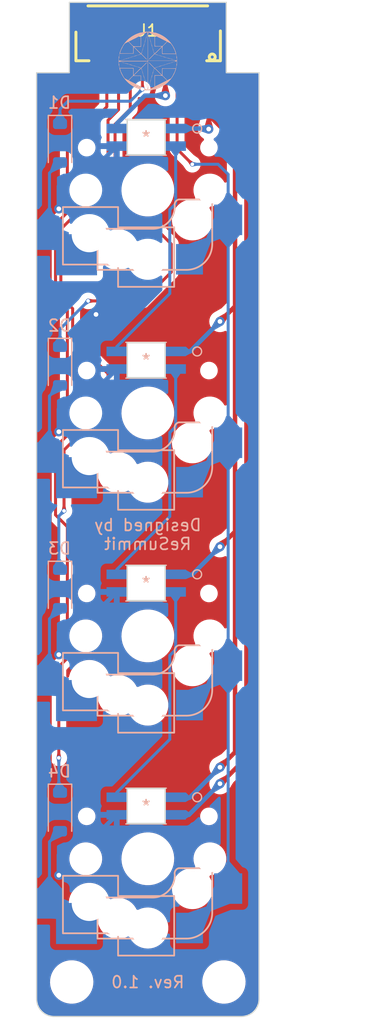
<source format=kicad_pcb>
(kicad_pcb (version 20221018) (generator pcbnew)
  (layers (0 "F.Cu" signal) (31 "B.Cu" signal) (34 "B.Paste" user) (35 "F.Paste" user) (36 "B.SilkS" user "B.Silkscreen") (37 "F.SilkS" user "F.Silkscreen") (38 "B.Mask" user) (39 "F.Mask" user) (44 "Edge.Cuts" user))
  (net 0 "")
  (net 1 "Net-(D1-A)")
  (net 2 "Net-(D2-A)")
  (net 3 "Net-(D3-A)")
  (net 4 "Net-(D4-A)")
  (net 5 "Net-(SW1B-DOUT)")
  (net 6 "GND")
  (net 7 "Net-(SW2B-DOUT)")
  (net 8 "Net-(SW3B-DOUT)")
  (net 9 "/Row1")
  (net 10 "/Row2")
  (net 11 "/Row3")
  (net 12 "/Row4")
  (net 13 "/RGB_In")
  (net 14 "/Col_In")
  (net 15 "/V+")
  (net 16 "/RGB_Out")
  (footprint "Seismos-libs:Switch_SK6812-E_Diode" (layer "F.Cu") (at 47 60)
    (fp_text reference "SW2" (at -0.142 -0.388 unlocked) (layer "F.SilkS"))
    (fp_text value "Switch_SK6812-E_Diode")
    (fp_text user "*" (at -0.15 -4.4958) (layer "B.SilkS") (effects (justify mirror)))
    (fp_rect (start -1.762 -5.9914) (end 1.478 -3.0046) (stroke (width 0.12)) (fill none) (layer "Edge.Cuts"))
    (pad "" np_thru_hole circle (at -5.3 0) (size 2.3 2.3) (drill 2.3) (layers "*.Cu" "*.Mask"))
    (pad "" np_thru_hole circle (at -5.22 -3.6158) (size 1 1) (drill 1) (layers "*.Cu" "*.Mask"))
    (pad "" np_thru_hole circle (at -5 3.8) (size 3 3) (drill 3) (layers "*.Cu" "*.Mask"))
    (pad "" np_thru_hole circle (at -2.54 5.08) (size 3 3) (drill 3) (layers "*.Cu" "*.Mask"))
    (pad "" np_thru_hole circle (at 0 0) (size 4 4) (drill 4) (layers "*.Cu" "*.Mask"))
    (pad "" np_thru_hole circle (at 0 5.9) (size 3 3) (drill 3) (layers "*.Cu" "*.Mask"))
    (pad "" np_thru_hole circle (at 3.81 2.54) (size 3 3) (drill 3) (layers "*.Cu" "*.Mask"))
    (pad "" np_thru_hole circle (at 5.22 -3.6158) (size 1 1) (drill 1) (layers "*.Cu" "*.Mask"))
    (pad "" np_thru_hole circle (at 5.3 0) (size 2.3 2.3) (drill 2.3) (layers "*.Cu" "*.Mask"))
    (pad "+1" smd rect (at 2.378 -5.2451) (size 1.75 0.8128) (layers "B.Cu" "B.Paste" "B.Mask") (net 15 "/V+"))
    (pad "CHOC1" smd rect (at -8.34 3.8) (size 2.3 2.6) (layers "B.Cu" "B.Paste" "B.Mask") (net 2 "Net-(D2-A)"))
    (pad "CHOC2" smd rect (at 3.56 5.9) (size 2.3 2.6) (layers "B.Cu" "B.Paste" "B.Mask") (net 14 "/Col_In"))
    (pad "DI1" smd rect (at -2.6519 -5.2451) (size 1.75 0.8128) (layers "B.Cu" "B.Paste" "B.Mask") (net 5 "Net-(SW1B-DOUT)"))
    (pad "DO1" smd rect (at 2.378 -3.7465) (size 1.75 0.8128) (layers "B.Cu" "B.Paste" "B.Mask") (net 7 "Net-(SW2B-DOUT)"))
    (pad "GND" smd rect (at -2.6519 -3.7465) (size 1.75 0.8128) (layers "B.Cu" "B.Paste" "B.Mask") (net 6 "GND"))
    (pad "MX1" smd rect (at -6.09 5.515) (size 3.5 3.5) (layers "B.Cu" "B.Paste" "B.Mask") (net 2 "Net-(D2-A)"))
    (pad "MX2" smd rect (at 6.86 2.54) (size 2.4 2.6) (layers "B.Cu" "B.Paste" "B.Mask") (net 14 "/Col_In"))
  )
  (footprint "Seismos-libs:Switch_SK6812-E_Diode" (layer "F.Cu") (at 47 41)
    (fp_text reference "SW1" (at -0.142 -0.388 unlocked) (layer "F.SilkS"))
    (fp_text value "Switch_SK6812-E_Diode")
    (fp_text user "*" (at -0.15 -4.4958) (layer "B.SilkS") (effects (justify mirror)))
    (fp_rect (start -1.762 -5.9914) (end 1.478 -3.0046) (stroke (width 0.12)) (fill none) (layer "Edge.Cuts"))
    (pad "" np_thru_hole circle (at -5.3 0) (size 2.3 2.3) (drill 2.3) (layers "*.Cu" "*.Mask"))
    (pad "" np_thru_hole circle (at -5.22 -3.6158) (size 1 1) (drill 1) (layers "*.Cu" "*.Mask"))
    (pad "" np_thru_hole circle (at -5 3.8) (size 3 3) (drill 3) (layers "*.Cu" "*.Mask"))
    (pad "" np_thru_hole circle (at -2.54 5.08) (size 3 3) (drill 3) (layers "*.Cu" "*.Mask"))
    (pad "" np_thru_hole circle (at 0 0) (size 4 4) (drill 4) (layers "*.Cu" "*.Mask"))
    (pad "" np_thru_hole circle (at 0 5.9) (size 3 3) (drill 3) (layers "*.Cu" "*.Mask"))
    (pad "" np_thru_hole circle (at 3.81 2.54) (size 3 3) (drill 3) (layers "*.Cu" "*.Mask"))
    (pad "" np_thru_hole circle (at 5.22 -3.6158) (size 1 1) (drill 1) (layers "*.Cu" "*.Mask"))
    (pad "" np_thru_hole circle (at 5.3 0) (size 2.3 2.3) (drill 2.3) (layers "*.Cu" "*.Mask"))
    (pad "+1" smd rect (at 2.378 -5.2451) (size 1.75 0.8128) (layers "B.Cu" "B.Paste" "B.Mask") (net 15 "/V+"))
    (pad "CHOC1" smd rect (at -8.34 3.8) (size 2.3 2.6) (layers "B.Cu" "B.Paste" "B.Mask") (net 1 "Net-(D1-A)"))
    (pad "CHOC2" smd rect (at 3.56 5.9) (size 2.3 2.6) (layers "B.Cu" "B.Paste" "B.Mask") (net 14 "/Col_In"))
    (pad "DI1" smd rect (at -2.6519 -5.2451) (size 1.75 0.8128) (layers "B.Cu" "B.Paste" "B.Mask") (net 13 "/RGB_In"))
    (pad "DO1" smd rect (at 2.378 -3.7465) (size 1.75 0.8128) (layers "B.Cu" "B.Paste" "B.Mask") (net 5 "Net-(SW1B-DOUT)"))
    (pad "GND" smd rect (at -2.6519 -3.7465) (size 1.75 0.8128) (layers "B.Cu" "B.Paste" "B.Mask") (net 6 "GND"))
    (pad "MX1" smd rect (at -6.09 5.515) (size 3.5 3.5) (layers "B.Cu" "B.Paste" "B.Mask") (net 1 "Net-(D1-A)"))
    (pad "MX2" smd rect (at 6.86 2.54) (size 2.4 2.6) (layers "B.Cu" "B.Paste" "B.Mask") (net 14 "/Col_In"))
  )
  (footprint "Seismos-libs:Switch_SK6812-E_Diode" (layer "F.Cu") (at 47 79)
    (fp_text reference "SW3" (at -0.142 -0.388 unlocked) (layer "F.SilkS"))
    (fp_text value "Switch_SK6812-E_Diode")
    (fp_text user "*" (at -0.15 -4.4958) (layer "B.SilkS") (effects (justify mirror)))
    (fp_rect (start -1.762 -5.9914) (end 1.478 -3.0046) (stroke (width 0.12)) (fill none) (layer "Edge.Cuts"))
    (pad "" np_thru_hole circle (at -5.3 0) (size 2.3 2.3) (drill 2.3) (layers "*.Cu" "*.Mask"))
    (pad "" np_thru_hole circle (at -5.22 -3.6158) (size 1 1) (drill 1) (layers "*.Cu" "*.Mask"))
    (pad "" np_thru_hole circle (at -5 3.8) (size 3 3) (drill 3) (layers "*.Cu" "*.Mask"))
    (pad "" np_thru_hole circle (at -2.54 5.08) (size 3 3) (drill 3) (layers "*.Cu" "*.Mask"))
    (pad "" np_thru_hole circle (at 0 0) (size 4 4) (drill 4) (layers "*.Cu" "*.Mask"))
    (pad "" np_thru_hole circle (at 0 5.9) (size 3 3) (drill 3) (layers "*.Cu" "*.Mask"))
    (pad "" np_thru_hole circle (at 3.81 2.54) (size 3 3) (drill 3) (layers "*.Cu" "*.Mask"))
    (pad "" np_thru_hole circle (at 5.22 -3.6158) (size 1 1) (drill 1) (layers "*.Cu" "*.Mask"))
    (pad "" np_thru_hole circle (at 5.3 0) (size 2.3 2.3) (drill 2.3) (layers "*.Cu" "*.Mask"))
    (pad "+1" smd rect (at 2.378 -5.2451) (size 1.75 0.8128) (layers "B.Cu" "B.Paste" "B.Mask") (net 15 "/V+"))
    (pad "CHOC1" smd rect (at -8.34 3.8) (size 2.3 2.6) (layers "B.Cu" "B.Paste" "B.Mask") (net 3 "Net-(D3-A)"))
    (pad "CHOC2" smd rect (at 3.56 5.9) (size 2.3 2.6) (layers "B.Cu" "B.Paste" "B.Mask") (net 14 "/Col_In"))
    (pad "DI1" smd rect (at -2.6519 -5.2451) (size 1.75 0.8128) (layers "B.Cu" "B.Paste" "B.Mask") (net 7 "Net-(SW2B-DOUT)"))
    (pad "DO1" smd rect (at 2.378 -3.7465) (size 1.75 0.8128) (layers "B.Cu" "B.Paste" "B.Mask") (net 8 "Net-(SW3B-DOUT)"))
    (pad "GND" smd rect (at -2.6519 -3.7465) (size 1.75 0.8128) (layers "B.Cu" "B.Paste" "B.Mask") (net 6 "GND"))
    (pad "MX1" smd rect (at -6.09 5.515) (size 3.5 3.5) (layers "B.Cu" "B.Paste" "B.Mask") (net 3 "Net-(D3-A)"))
    (pad "MX2" smd rect (at 6.86 2.54) (size 2.4 2.6) (layers "B.Cu" "B.Paste" "B.Mask") (net 14 "/Col_In"))
  )
  (footprint "Seismos-libs:Switch_SK6812-E_Diode" (layer "F.Cu") (at 47 98)
    (fp_text reference "SW4" (at -0.142 -0.388 unlocked) (layer "F.SilkS"))
    (fp_text value "Switch_SK6812-E_Diode")
    (fp_text user "*" (at -0.15 -4.4958) (layer "B.SilkS") (effects (justify mirror)))
    (fp_rect (start -1.762 -5.9914) (end 1.478 -3.0046) (stroke (width 0.12)) (fill none) (layer "Edge.Cuts"))
    (pad "" np_thru_hole circle (at -5.3 0) (size 2.3 2.3) (drill 2.3) (layers "*.Cu" "*.Mask"))
    (pad "" np_thru_hole circle (at -5.22 -3.6158) (size 1 1) (drill 1) (layers "*.Cu" "*.Mask"))
    (pad "" np_thru_hole circle (at -5 3.8) (size 3 3) (drill 3) (layers "*.Cu" "*.Mask"))
    (pad "" np_thru_hole circle (at -2.54 5.08) (size 3 3) (drill 3) (layers "*.Cu" "*.Mask"))
    (pad "" np_thru_hole circle (at 0 0) (size 4 4) (drill 4) (layers "*.Cu" "*.Mask"))
    (pad "" np_thru_hole circle (at 0 5.9) (size 3 3) (drill 3) (layers "*.Cu" "*.Mask"))
    (pad "" np_thru_hole circle (at 3.81 2.54) (size 3 3) (drill 3) (layers "*.Cu" "*.Mask"))
    (pad "" np_thru_hole circle (at 5.22 -3.6158) (size 1 1) (drill 1) (layers "*.Cu" "*.Mask"))
    (pad "" np_thru_hole circle (at 5.3 0) (size 2.3 2.3) (drill 2.3) (layers "*.Cu" "*.Mask"))
    (pad "+1" smd rect (at 2.378 -5.2451) (size 1.75 0.8128) (layers "B.Cu" "B.Paste" "B.Mask") (net 15 "/V+"))
    (pad "CHOC1" smd rect (at -8.34 3.8) (size 2.3 2.6) (layers "B.Cu" "B.Paste" "B.Mask") (net 4 "Net-(D4-A)"))
    (pad "CHOC2" smd rect (at 3.56 5.9) (size 2.3 2.6) (layers "B.Cu" "B.Paste" "B.Mask") (net 14 "/Col_In"))
    (pad "DI1" smd rect (at -2.6519 -5.2451) (size 1.75 0.8128) (layers "B.Cu" "B.Paste" "B.Mask") (net 8 "Net-(SW3B-DOUT)"))
    (pad "DO1" smd rect (at 2.378 -3.7465) (size 1.75 0.8128) (layers "B.Cu" "B.Paste" "B.Mask") (net 16 "/RGB_Out"))
    (pad "GND" smd rect (at -2.6519 -3.7465) (size 1.75 0.8128) (layers "B.Cu" "B.Paste" "B.Mask") (net 6 "GND"))
    (pad "MX1" smd rect (at -6.09 5.515) (size 3.5 3.5) (layers "B.Cu" "B.Paste" "B.Mask") (net 4 "Net-(D4-A)"))
    (pad "MX2" smd rect (at 6.86 2.54) (size 2.4 2.6) (layers "B.Cu" "B.Paste" "B.Mask") (net 14 "/Col_In"))
  )
  (footprint "Seismos-libs:CONN-SMD_10P-P1.00_SM10B-SRSS-TB-LF-SN" (layer "F.Cu") (at 47 26.4 180)
    (fp_text reference "J1" (at 0 -1 180) (layer "F.SilkS"))
    (fp_text value "SM10B-SRSS-TB(LF)(SN)")
    (pad "1" smd rect (at -4.5 -3.886 180) (size 0.6 1.7) (layers "F.Cu" "F.Paste" "F.Mask") (net 16 "/RGB_Out"))
    (pad "2" smd rect (at -3.5 -3.886 180) (size 0.6 1.7) (layers "F.Cu" "F.Paste" "F.Mask") (net 15 "/V+"))
    (pad "3" smd rect (at -2.5 -3.885 180) (size 0.6 1.7) (layers "F.Cu" "F.Paste" "F.Mask") (net 14 "/Col_In"))
    (pad "4" smd rect (at -1.5 -3.885 180) (size 0.6 1.7) (layers "F.Cu" "F.Paste" "F.Mask") (net 13 "/RGB_In"))
    (pad "5" smd rect (at -0.5 -3.885 180) (size 0.6 1.7) (layers "F.Cu" "F.Paste" "F.Mask") (net 6 "GND"))
    (pad "6" smd rect (at 0.5 -3.885 180) (size 0.6 1.7) (layers "F.Cu" "F.Paste" "F.Mask") (net 9 "/Row1"))
    (pad "7" smd rect (at 1.5 -3.885 180) (size 0.6 1.7) (layers "F.Cu" "F.Paste" "F.Mask") (net 10 "/Row2"))
    (pad "8" smd rect (at 2.5 -3.885 180) (size 0.6 1.7) (layers "F.Cu" "F.Paste" "F.Mask") (net 11 "/Row3"))
    (pad "9" smd rect (at 3.5 -3.885 180) (size 0.6 1.7) (layers "F.Cu" "F.Paste" "F.Mask") (net 12 "/Row4"))
    (pad "10" smd rect (at 4.5 -3.885 180) (size 0.6 1.7) (layers "F.Cu" "F.Paste" "F.Mask"))
    (pad "S1" smd rect (at -5.8 -0.01 180) (size 1.2 1.8) (layers "F.Cu" "F.Paste" "F.Mask") (net 6 "GND"))
    (pad "S2" smd rect (at 5.8 -0.01 180) (size 1.2 1.8) (layers "F.Cu" "F.Paste" "F.Mask") (net 6 "GND"))
  )
  (footprint "Seismos-libs:Hole_M3_3.2mm" (layer "F.Cu") (at 53.5 108.5)
    (fp_text reference "REF**")
    (fp_text value "Hole_M3_3.2mm")
    (pad "" np_thru_hole circle (at 0 0) (size 3.2 3.2) (drill 3.2) (layers "F&B.Cu" "*.Mask"))
  )
  (footprint "Seismos-libs:Hole_M3_3.2mm" (layer "F.Cu") (at 40.5 108.5)
    (fp_text reference "REF**")
    (fp_text value "Hole_M3_3.2mm")
    (pad "" np_thru_hole circle (at 0 0) (size 3.2 3.2) (drill 3.2) (layers "F&B.Cu" "*.Mask"))
  )
  (footprint "Diode_SMD:D_SOD-123" (layer "B.Cu") (at 39.5 56 -90)
    (fp_text reference "D2" (at -3.45 0.05 -180) (layer "B.SilkS") (effects (justify mirror)))
    (fp_text value "1N4148W" hide)
    (pad "1" smd roundrect (at -1.65 0 270) (size 0.9 1.2) (layers "B.Cu" "B.Paste" "B.Mask") (net 10 "/Row2"))
    (pad "2" smd roundrect (at 1.65 0 270) (size 0.9 1.2) (layers "B.Cu" "B.Paste" "B.Mask") (net 2 "Net-(D2-A)"))
  )
  (footprint "Diode_SMD:D_SOD-123" (layer "B.Cu") (at 39.5 94 -90)
    (fp_text reference "D4" (at -3.45 0.05 -180) (layer "B.SilkS") (effects (justify mirror)))
    (fp_text value "1N4148W" hide)
    (pad "1" smd roundrect (at -1.65 0 270) (size 0.9 1.2) (layers "B.Cu" "B.Paste" "B.Mask") (net 12 "/Row4"))
    (pad "2" smd roundrect (at 1.65 0 270) (size 0.9 1.2) (layers "B.Cu" "B.Paste" "B.Mask") (net 4 "Net-(D4-A)"))
  )
  (footprint "Diode_SMD:D_SOD-123" (layer "B.Cu") (at 39.5 37 -90)
    (fp_text reference "D1" (at -3.45 0.05 -180) (layer "B.SilkS") (effects (justify mirror)))
    (fp_text value "1N4148W" hide)
    (pad "1" smd roundrect (at -1.65 0 270) (size 0.9 1.2) (layers "B.Cu" "B.Paste" "B.Mask") (net 9 "/Row1"))
    (pad "2" smd roundrect (at 1.65 0 270) (size 0.9 1.2) (layers "B.Cu" "B.Paste" "B.Mask") (net 1 "Net-(D1-A)"))
  )
  (footprint "Seismos-libs:ReSummit_Logo" (layer "B.Cu") (at 47 30 180)
    (fp_text reference "G***" hide)
    (fp_text value "LOGO" hide)
  )
  (footprint "Diode_SMD:D_SOD-123" (layer "B.Cu") (at 39.5 75 -90)
    (fp_text reference "D3" (at -3.45 0.05 -180) (layer "B.SilkS") (effects (justify mirror)))
    (fp_text value "1N4148W" hide)
    (pad "1" smd roundrect (at -1.65 0 270) (size 0.9 1.2) (layers "B.Cu" "B.Paste" "B.Mask") (net 11 "/Row3"))
    (pad "2" smd roundrect (at 1.65 0 270) (size 0.9 1.2) (layers "B.Cu" "B.Paste" "B.Mask") (net 3 "Net-(D3-A)"))
  )
  (gr_line (start 37.5 109.93934) (end 37.5 31) (stroke (width 0.1)) (layer "Edge.Cuts"))
  (gr_line (start 55 111.43934) (end 39 111.43934) (stroke (width 0.1)) (layer "Edge.Cuts"))
  (gr_arc (start 39 111.43934) (mid 37.93934 111) (end 37.5 109.93934) (stroke (width 0.1)) (layer "Edge.Cuts"))
  (gr_line locked (start 40.3 25) (end 40.3 31) (stroke (width 0.1)) (layer "Edge.Cuts"))
  (gr_line (start 37.5 31) (end 40.3 31) (stroke (width 0.1)) (layer "Edge.Cuts"))
  (gr_line (start 56.5 31) (end 53.7 31) (stroke (width 0.1)) (layer "Edge.Cuts"))
  (gr_arc (start 56.5 109.93934) (mid 56.06066 111) (end 55 111.43934) (stroke (width 0.1)) (layer "Edge.Cuts"))
  (gr_line (start 56.5 31) (end 56.5 109.93934) (stroke (width 0.1)) (layer "Edge.Cuts"))
  (gr_line (start 53.7 31) (end 53.7 25) (stroke (width 0.1)) (layer "Edge.Cuts"))
  (gr_line (start 40.3 25) (end 53.7 25) (stroke (width 0.1)) (layer "Edge.Cuts"))
  (gr_text "Rev. 1.0" (at 47 109.1) (layer "B.SilkS") (effects (font (size 1 1)) (justify bottom mirror)))
  (gr_text "Designed by\nReSummit" (at 47 71.75) (layer "B.SilkS") (effects (font (size 1 1)) (justify bottom mirror)))
  (segment (start 38.6 39.55) (end 38.6 44.205) (width 0.254) (layer "B.Cu") (net 1))
  (segment (start 39.5 38.65) (end 38.6 39.55) (width 0.254) (layer "B.Cu") (net 1))
  (segment (start 38.6 44.205) (end 40.91 46.515) (width 0.254) (layer "B.Cu") (net 1))
  (segment (start 38.6 58.55) (end 38.6 63.205) (width 0.254) (layer "B.Cu") (net 2))
  (segment (start 38.6 63.205) (end 40.91 65.515) (width 0.254) (layer "B.Cu") (net 2))
  (segment (start 39.5 57.65) (end 38.6 58.55) (width 0.254) (layer "B.Cu") (net 2))
  (segment (start 39.5 76.65) (end 38.6 77.55) (width 0.254) (layer "B.Cu") (net 3))
  (segment (start 38.6 77.55) (end 38.6 82.205) (width 0.254) (layer "B.Cu") (net 3))
  (segment (start 38.6 82.205) (end 40.91 84.515) (width 0.254) (layer "B.Cu") (net 3))
  (segment (start 38.6 101.205) (end 40.91 103.515) (width 0.254) (layer "B.Cu") (net 4))
  (segment (start 38.6 96.55) (end 38.6 101.205) (width 0.254) (layer "B.Cu") (net 4))
  (segment (start 39.5 95.65) (end 38.6 96.55) (width 0.254) (layer "B.Cu") (net 4))
  (segment (start 49.378 42.172) (end 48.877 42.673) (width 0.254) (layer "B.Cu") (net 5))
  (segment (start 49.378 37.2535) (end 49.378 42.172) (width 0.254) (layer "B.Cu") (net 5))
  (segment (start 44.3481 54.3485) (end 44.3481 54.7549) (width 0.254) (layer "B.Cu") (net 5))
  (segment (start 48.877 42.673) (end 48.877 49.8196) (width 0.254) (layer "B.Cu") (net 5))
  (segment (start 48.877 49.8196) (end 44.3481 54.3485) (width 0.254) (layer "B.Cu") (net 5))
  (segment (start 38.6 33.8) (end 38.6 41) (width 0.381) (layer "F.Cu") (net 6))
  (segment (start 39.4 42.6) (end 39.4 41.8) (width 0.381) (layer "F.Cu") (net 6))
  (segment (start 39.4 98.6) (end 38.6 97.8) (width 0.381) (layer "F.Cu") (net 6))
  (segment (start 39.4 80.6) (end 39.4 79.6) (width 0.381) (layer "F.Cu") (net 6))
  (segment (start 38.6 60) (end 38.6 77.45) (width 0.381) (layer "F.Cu") (net 6))
  (segment (start 41.7 26.4) (end 44.8 26.4) (width 0.381) (layer "F.Cu") (net 6))
  (segment (start 47.5 29.1) (end 47.5 30.285) (width 0.381) (layer "F.Cu") (net 6))
  (segment (start 38.6 77.45) (end 38.6 78.8) (width 0.381) (layer "F.Cu") (net 6))
  (segment (start 39.4 41.8) (end 38.6 41) (width 0.381) (layer "F.Cu") (net 6))
  (segment (start 38.6 97.8) (end 38.6 78.8) (width 0.381) (layer "F.Cu") (net 6))
  (segment (start 39.4 79.6) (end 38.6 78.8) (width 0.381) (layer "F.Cu") (net 6))
  (segment (start 39.4 60.8) (end 38.6 60) (width 0.381) (layer "F.Cu") (net 6))
  (segment (start 38.6 41) (end 38.6 60) (width 0.381) (layer "F.Cu") (net 6))
  (segment (start 41.7 26.4) (end 52.3 26.4) (width 0.381) (layer "F.Cu") (net 6))
  (segment (start 38.6 33.8) (end 41.2 31.2) (width 0.381) (layer "F.Cu") (net 6))
  (segment (start 39.4 61.6) (end 39.4 60.8) (width 0.381) (layer "F.Cu") (net 6))
  (segment (start 39.4 99.4) (end 39.4 98.6) (width 0.381) (layer "F.Cu") (net 6))
  (segment (start 44.8 26.4) (end 47.5 29.1) (width 0.381) (layer "F.Cu") (net 6))
  (segment (start 41.2 31.2) (end 41.2 26.41) (width 0.381) (layer "F.Cu") (net 6))
  (via (at 42.575 51.6) (size 0.8) (drill 0.4) (layers "F.Cu" "B.Cu") (net 6))
  (via (at 39.4 42.6) (size 0.8) (drill 0.4) (layers "F.Cu" "B.Cu") (net 6))
  (via (at 39.4 61.6) (size 0.8) (drill 0.4) (layers "F.Cu" "B.Cu") (net 6))
  (via (at 39.4 80.6) (size 0.8) (drill 0.4) (layers "F.Cu" "B.Cu") (net 6))
  (via (at 39.4 99.4) (size 0.8) (drill 0.4) (layers "F.Cu" "B.Cu") (net 6))
  (segment (start 42.5766 39.025) (end 41.05 39.025) (width 0.381) (layer "B.Cu") (net 6))
  (segment (start 41.05 77.025) (end 39.4 78.675) (width 0.381) (layer "B.Cu") (net 6))
  (segment (start 39.4 97.675) (end 39.4 99.4) (width 0.381) (layer "B.Cu") (net 6))
  (segment (start 44.3481 37.2535) (end 42.5766 39.025) (width 0.381) (layer "B.Cu") (net 6))
  (segment (start 39.4 59.675) (end 39.4 61.4) (width 0.381) (layer "B.Cu") (net 6))
  (segment (start 41.05 96.025) (end 39.4 97.675) (width 0.381) (layer "B.Cu") (net 6))
  (segment (start 39.4 40.675) (end 39.4 42.4) (width 0.381) (layer "B.Cu") (net 6))
  (segment (start 41.05 58.025) (end 39.4 59.675) (width 0.381) (layer "B.Cu") (net 6))
  (segment (start 42.5766 58.025) (end 41.05 58.025) (width 0.381) (layer "B.Cu") (net 6))
  (segment (start 44.3481 94.2535) (end 42.5766 96.025) (width 0.381) (layer "B.Cu") (net 6))
  (segment (start 41.05 39.025) (end 39.4 40.675) (width 0.381) (layer "B.Cu") (net 6))
  (segment (start 42.5766 96.025) (end 41.05 96.025) (width 0.381) (layer "B.Cu") (net 6))
  (segment (start 42.5766 77.025) (end 41.05 77.025) (width 0.381) (layer "B.Cu") (net 6))
  (segment (start 39.4 78.675) (end 39.4 80.4) (width 0.381) (layer "B.Cu") (net 6))
  (segment (start 44.3481 56.2535) (end 42.5766 58.025) (width 0.381) (layer "B.Cu") (net 6))
  (segment (start 44.3481 75.2535) (end 42.5766 77.025) (width 0.381) (layer "B.Cu") (net 6))
  (segment (start 44.3481 73.3485) (end 44.3481 73.7549) (width 0.254) (layer "B.Cu") (net 7))
  (segment (start 49.378 56.2535) (end 49.378 61.172) (width 0.254) (layer "B.Cu") (net 7))
  (segment (start 49.378 61.172) (end 48.877 61.673) (width 0.254) (layer "B.Cu") (net 7))
  (segment (start 48.877 61.673) (end 48.877 68.8196) (width 0.254) (layer "B.Cu") (net 7))
  (segment (start 48.877 68.8196) (end 44.3481 73.3485) (width 0.254) (layer "B.Cu") (net 7))
  (segment (start 44.3481 92.3485) (end 44.3481 92.7549) (width 0.254) (layer "B.Cu") (net 8))
  (segment (start 48.877 80.673) (end 48.877 87.8196) (width 0.254) (layer "B.Cu") (net 8))
  (segment (start 48.877 87.8196) (end 44.3481 92.3485) (width 0.254) (layer "B.Cu") (net 8))
  (segment (start 49.378 80.172) (end 48.877 80.673) (width 0.254) (layer "B.Cu") (net 8))
  (segment (start 49.378 75.2535) (end 49.378 80.172) (width 0.254) (layer "B.Cu") (net 8))
  (segment (start 46.530702 30.315702) (end 46.5 30.285) (width 0.254) (layer "F.Cu") (net 9))
  (segment (start 46.530702 32.40092) (end 46.530702 30.315702) (width 0.254) (layer "F.Cu") (net 9))
  (via (at 46.530702 32.40092) (size 0.4) (drill 0.3) (layers "F.Cu" "B.Cu") (net 9))
  (segment (start 40.172568 33.427432) (end 39.5 34.1) (width 0.254) (layer "B.Cu") (net 9))
  (segment (start 39.5 34.1) (end 39.5 35.35) (width 0.254) (layer "B.Cu") (net 9))
  (segment (start 46.530702 32.40092) (end 45.50419 33.427432) (width 0.254) (layer "B.Cu") (net 9))
  (segment (start 45.50419 33.427432) (end 40.172568 33.427432) (width 0.254) (layer "B.Cu") (net 9))
  (segment (start 44.2 42.6) (end 44.2 35.392053) (width 0.254) (layer "F.Cu") (net 10))
  (segment (start 45.8 44.2) (end 44.2 42.6) (width 0.254) (layer "F.Cu") (net 10))
  (segment (start 46.55 50.45) (end 49 48) (width 0.254) (layer "F.Cu") (net 10))
  (segment (start 47.6 44.2) (end 45.8 44.2) (width 0.254) (layer "F.Cu") (net 10))
  (segment (start 41.9 50.45) (end 46.55 50.45) (width 0.254) (layer "F.Cu") (net 10))
  (segment (start 49 45.6) (end 47.6 44.2) (width 0.254) (layer "F.Cu") (net 10))
  (segment (start 49 48) (end 49 45.6) (width 0.254) (layer "F.Cu") (net 10))
  (segment (start 45.5 34.092053) (end 45.5 30.285) (width 0.254) (layer "F.Cu") (net 10))
  (segment (start 44.2 35.392053) (end 45.5 34.092053) (width 0.254) (layer "F.Cu") (net 10))
  (via (at 41.9 50.45) (size 0.4) (drill 0.3) (layers "F.Cu" "B.Cu") (net 10))
  (segment (start 41.9 50.45) (end 39.5 52.85) (width 0.254) (layer "B.Cu") (net 10))
  (segment (start 39.5 52.85) (end 39.5 54.35) (width 0.254) (layer "B.Cu") (net 10))
  (segment (start 39.5715 50.101314) (end 39.5715 44.3285) (width 0.254) (layer "F.Cu") (net 11))
  (segment (start 40.581 51.110814) (end 39.5715 50.101314) (width 0.254) (layer "F.Cu") (net 11))
  (segment (start 41.2 61.8) (end 42.4 61.8) (width 0.254) (layer "F.Cu") (net 11))
  (segment (start 43.6 42) (end 43.6 35.05) (width 0.254) (layer "F.Cu") (net 11))
  (segment (start 40.581 53.631) (end 40.581 51.110814) (width 0.254) (layer "F.Cu") (net 11))
  (segment (start 44.5 34.15) (end 44.5 30.285) (width 0.254) (layer "F.Cu") (net 11))
  (segment (start 39.844 68.347219) (end 39.844 63.156) (width 0.254) (layer "F.Cu") (net 11))
  (segment (start 41.2 42.7) (end 42.9 42.7) (width 0.254) (layer "F.Cu") (net 11))
  (segment (start 42.4 61.8) (end 43.6 60.6) (width 0.254) (layer "F.Cu") (net 11))
  (segment (start 43.6 56.65) (end 40.581 53.631) (width 0.254) (layer "F.Cu") (net 11))
  (segment (start 43.6 35.05) (end 44.5 34.15) (width 0.254) (layer "F.Cu") (net 11))
  (segment (start 39.5715 44.3285) (end 41.2 42.7) (width 0.254) (layer "F.Cu") (net 11))
  (segment (start 43.6 60.6) (end 43.6 56.65) (width 0.254) (layer "F.Cu") (net 11))
  (segment (start 42.9 42.7) (end 43.6 42) (width 0.254) (layer "F.Cu") (net 11))
  (segment (start 39.844 63.156) (end 41.2 61.8) (width 0.254) (layer "F.Cu") (net 11))
  (via (at 39.844 68.347219) (size 0.4) (drill 0.3) (layers "F.Cu" "B.Cu") (net 11))
  (segment (start 39.844 68.347219) (end 39.4 68.791219) (width 0.254) (layer "B.Cu") (net 11))
  (segment (start 39.4 73.25) (end 39.5 73.35) (width 0.254) (layer "B.Cu") (net 11))
  (segment (start 39.4 68.791219) (end 39.4 73.25) (width 0.254) (layer "B.Cu") (net 11))
  (segment (start 40.127 42.901134) (end 40.127 37.327) (width 0.254) (layer "F.Cu") (net 12))
  (segment (start 39.1175 50.289366) (end 39.1175 43.910634) (width 0.254) (layer "F.Cu") (net 12))
  (segment (start 40.127 80.901134) (end 40.127 69.698866) (width 0.254) (layer "F.Cu") (net 12))
  (segment (start 39.1175 62.910634) (end 40.127 61.901134) (width 0.254) (layer "F.Cu") (net 12))
  (segment (start 40.1 37.3) (end 43.5 33.9) (width 0.254) (layer "F.Cu") (net 12))
  (segment (start 39.4 81.628134) (end 40.127 80.901134) (width 0.254) (layer "F.Cu") (net 12))
  (segment (start 39.4 89.4) (end 39.4 81.628134) (width 0.254) (layer "F.Cu") (net 12))
  (segment (start 40.127 61.901134) (end 40.127 51.298866) (width 0.254) (layer "F.Cu") (net 12))
  (segment (start 43.5 33.9) (end 43.5 30.285) (width 0.254) (layer "F.Cu") (net 12))
  (segment (start 40.127 69.698866) (end 39.1175 68.689366) (width 0.254) (layer "F.Cu") (net 12))
  (segment (start 40.127 37.327) (end 40.1 37.3) (width 0.254) (layer "F.Cu") (net 12))
  (segment (start 39.1175 43.910634) (end 40.127 42.901134) (width 0.254) (layer "F.Cu") (net 12))
  (segment (start 39.1175 68.689366) (end 39.1175 62.910634) (width 0.254) (layer "F.Cu") (net 12))
  (segment (start 40.127 51.298866) (end 39.1175 50.289366) (width 0.254) (layer "F.Cu") (net 12))
  (via (at 39.4 89.4) (size 0.4) (drill 0.3) (layers "F.Cu" "B.Cu") (net 12))
  (segment (start 39.4 89.4) (end 39.4 92.25) (width 0.254) (layer "B.Cu") (net 12))
  (segment (start 39.4 92.25) (end 39.5 92.35) (width 0.254) (layer "B.Cu") (net 12))
  (segment (start 48.5 30.285) (end 48.5 32.95) (width 0.381) (layer "F.Cu") (net 13))
  (via (at 48.5 32.95) (size 0.8) (drill 0.4) (layers "F.Cu" "B.Cu") (net 13))
  (segment (start 48.5 32.95) (end 46.7466 32.95) (width 0.381) (layer "B.Cu") (net 13))
  (segment (start 46.7466 32.95) (end 44.3481 35.3485) (width 0.381) (layer "B.Cu") (net 13))
  (segment (start 44.3481 35.3485) (end 44.3481 35.7549) (width 0.381) (layer "B.Cu") (net 13))
  (segment (start 50.8 38.8) (end 49.5 37.5) (width 0.254) (layer "F.Cu") (net 14))
  (segment (start 49.5 37.5) (end 49.5 30.285) (width 0.254) (layer "F.Cu") (net 14))
  (via (at 50.8 38.8) (size 0.4) (drill 0.3) (layers "F.Cu" "B.Cu") (net 14))
  (segment (start 53.86 62.54) (end 53.86 81.54) (width 0.254) (layer "B.Cu") (net 14))
  (segment (start 53.86 100.6) (end 50.56 103.9) (width 0.254) (layer "B.Cu") (net 14))
  (segment (start 53.86 43.54) (end 53.86 62.54) (width 0.254) (layer "B.Cu") (net 14))
  (segment (start 53.86 62.6) (end 50.56 65.9) (width 0.254) (layer "B.Cu") (net 14))
  (segment (start 53.86 81.6) (end 50.56 84.9) (width 0.254) (layer "B.Cu") (net 14))
  (segment (start 50.8 38.8) (end 53 38.8) (width 0.254) (layer "B.Cu") (net 14))
  (segment (start 53.86 39.66) (end 53.86 43.54) (width 0.254) (layer "B.Cu") (net 14))
  (segment (start 53.86 43.6) (end 50.56 46.9) (width 0.254) (layer "B.Cu") (net 14))
  (segment (start 53 38.8) (end 53.86 39.66) (width 0.254) (layer "B.Cu") (net 14))
  (segment (start 53.86 100.54) (end 53.86 81.54) (width 0.254) (layer "B.Cu") (net 14))
  (segment (start 53.86 100.54) (end 53.86 100.6) (width 0.254) (layer "B.Cu") (net 14))
  (segment (start 53.86 81.54) (end 53.86 81.6) (width 0.254) (layer "B.Cu") (net 14))
  (segment (start 54.45 36.85) (end 54.45 88.9105) (width 0.381) (layer "F.Cu") (net 15))
  (segment (start 52.2 34.6) (end 54.45 36.85) (width 0.381) (layer "F.Cu") (net 15))
  (segment (start 52.2 34.6) (end 52.2 35.8) (width 0.381) (layer "F.Cu") (net 15))
  (segment (start 54.45 70.1105) (end 53.1605 71.4) (width 0.381) (layer "F.Cu") (net 15))
  (segment (start 50.5 32.9) (end 50.5 30.286) (width 0.381) (layer "F.Cu") (net 15))
  (segment (start 53.1605 52.2) (end 54.45 50.9105) (width 0.381) (layer "F.Cu") (net 15))
  (segment (start 54.45 88.9105) (end 53.1605 90.2) (width 0.381) (layer "F.Cu") (net 15))
  (segment (start 52.2 34.6) (end 50.5 32.9) (width 0.381) (layer "F.Cu") (net 15))
  (via (at 53.1605 90.2) (size 0.8) (drill 0.4) (layers "F.Cu" "B.Cu") (net 15))
  (via (at 52.2 35.8) (size 0.8) (drill 0.4) (layers "F.Cu" "B.Cu") (net 15))
  (via (at 53.1605 52.2) (size 0.8) (drill 0.4) (layers "F.Cu" "B.Cu") (net 15))
  (via (at 53.1605 71.4) (size 0.8) (drill 0.4) (layers "F.Cu" "B.Cu") (net 15))
  (segment (start 52.1549 35.7549) (end 49.378 35.7549) (width 0.381) (layer "B.Cu") (net 15))
  (segment (start 50.7605 73.8) (end 49.4 73.8) (width 0.381) (layer "B.Cu") (net 15))
  (segment (start 50.6056 54.7549) (end 49.378 54.7549) (width 0.381) (layer "B.Cu") (net 15))
  (segment (start 52.2 35.8) (end 52.1549 35.7549) (width 0.381) (layer "B.Cu") (net 15))
  (segment (start 53.1605 52.2) (end 50.6056 54.7549) (width 0.381) (layer "B.Cu") (net 15))
  (segment (start 50.5605 92.8) (end 49.4 92.8) (width 0.381) (layer "B.Cu") (net 15))
  (segment (start 53.1605 71.4) (end 50.7605 73.8) (width 0.381) (layer "B.Cu") (net 15))
  (segment (start 53.1605 90.2) (end 50.5605 92.8) (width 0.381) (layer "B.Cu") (net 15))
  (segment (start 55.425 89.375) (end 55.425 35.3) (width 0.381) (layer "F.Cu") (net 16))
  (segment (start 53.1605 91.6) (end 53.2 91.6) (width 0.381) (layer "F.Cu") (net 16))
  (segment (start 53.2 91.6) (end 55.425 89.375) (width 0.381) (layer "F.Cu") (net 16))
  (segment (start 51.5 31.375) (end 51.5 30.286) (width 0.381) (layer "F.Cu") (net 16))
  (segment (start 55.425 35.3) (end 51.5 31.375) (width 0.381) (layer "F.Cu") (net 16))
  (via (at 53.1605 91.6) (size 0.8) (drill 0.4) (layers "F.Cu" "B.Cu") (net 16))
  (segment (start 53.1605 91.6) (end 50.507 94.2535) (width 0.381) (layer "B.Cu") (net 16))
  (segment (start 50.507 94.2535) (end 49.378 94.2535) (width 0.381) (layer "B.Cu") (net 16))
  (zone (net 6) (net_name "GND") (layers "F&B.Cu") (connect_pads (clearance 0.508)) (min_thickness 0.25) (fill yes (thermal_gap 0.5) (thermal_bridge_width 0.5))
    (polygon (pts (xy 37.35 24.95) (xy 37.025 112.075) (xy 57.125 111.925) (xy 56.625 24.8)))
  )
)
</source>
